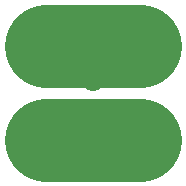
<source format=gbl>
%TF.GenerationSoftware,KiCad,Pcbnew,4.0.5-e0-6337~49~ubuntu16.04.1*%
%TF.CreationDate,2017-03-18T10:44:46-07:00*%
%TF.ProjectId,2x2-Tilt-Switch-TH,3278322D54696C742D5377697463682D,1.0*%
%TF.FileFunction,Copper,L2,Bot,Signal*%
%FSLAX46Y46*%
G04 Gerber Fmt 4.6, Leading zero omitted, Abs format (unit mm)*
G04 Created by KiCad (PCBNEW 4.0.5-e0-6337~49~ubuntu16.04.1) date Sat Mar 18 10:44:46 2017*
%MOMM*%
%LPD*%
G01*
G04 APERTURE LIST*
%ADD10C,0.350000*%
%ADD11C,2.000000*%
%ADD12C,7.000000*%
%ADD13C,1.778000*%
%ADD14C,6.000000*%
%ADD15C,0.350000*%
G04 APERTURE END LIST*
D10*
D11*
X8476480Y-24812640D02*
X8476480Y-23712640D01*
D12*
X12476480Y-22012640D02*
X4476480Y-22012640D01*
X12476480Y-30012640D02*
X4476480Y-30012640D01*
D11*
X8476480Y-28662640D02*
X8476480Y-27562640D01*
D13*
X8476480Y-25012640D03*
X8476480Y-27552640D03*
D14*
X4476480Y-30012640D03*
X4476480Y-22012640D03*
X12476480Y-22012640D03*
X12476480Y-30012640D03*
D15*
X8476480Y-25012640D03*
X8476480Y-27552640D03*
X4476480Y-30012640D03*
X4476480Y-22012640D03*
X12476480Y-22012640D03*
X12476480Y-30012640D03*
M02*

</source>
